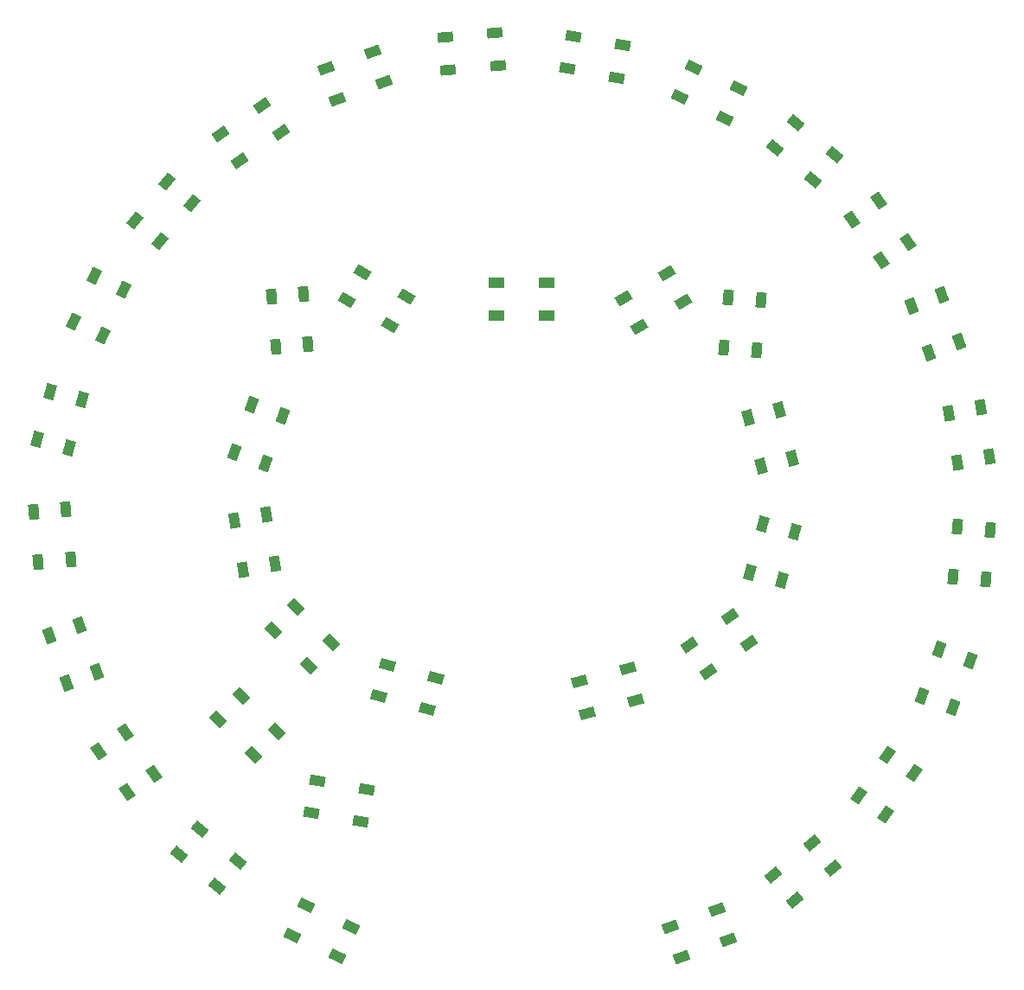
<source format=gtp>
%TF.GenerationSoftware,KiCad,Pcbnew,9.0.1*%
%TF.CreationDate,2025-04-13T21:02:41-04:00*%
%TF.ProjectId,SuperPixel,53757065-7250-4697-9865-6c2e6b696361,rev?*%
%TF.SameCoordinates,Original*%
%TF.FileFunction,Paste,Top*%
%TF.FilePolarity,Positive*%
%FSLAX46Y46*%
G04 Gerber Fmt 4.6, Leading zero omitted, Abs format (unit mm)*
G04 Created by KiCad (PCBNEW 9.0.1) date 2025-04-13 21:02:41*
%MOMM*%
%LPD*%
G01*
G04 APERTURE LIST*
G04 Aperture macros list*
%AMRotRect*
0 Rectangle, with rotation*
0 The origin of the aperture is its center*
0 $1 length*
0 $2 width*
0 $3 Rotation angle, in degrees counterclockwise*
0 Add horizontal line*
21,1,$1,$2,0,0,$3*%
G04 Aperture macros list end*
%ADD10RotRect,1.500000X1.000000X155.000000*%
%ADD11RotRect,1.500000X1.000000X185.000000*%
%ADD12RotRect,1.500000X1.000000X210.000000*%
%ADD13RotRect,1.500000X1.000000X305.000000*%
%ADD14RotRect,1.500000X1.000000X125.000000*%
%ADD15RotRect,1.500000X1.000000X140.000000*%
%ADD16RotRect,1.500000X1.000000X35.000000*%
%ADD17RotRect,1.500000X1.000000X15.000000*%
%ADD18RotRect,1.500000X1.000000X100.000000*%
%ADD19RotRect,1.500000X1.000000X150.000000*%
%ADD20R,1.500000X1.000000*%
%ADD21RotRect,1.500000X1.000000X20.000000*%
%ADD22RotRect,1.500000X1.000000X105.000000*%
%ADD23RotRect,1.500000X1.000000X40.000000*%
%ADD24RotRect,1.500000X1.000000X275.000000*%
%ADD25RotRect,1.500000X1.000000X345.000000*%
%ADD26RotRect,1.500000X1.000000X280.000000*%
%ADD27RotRect,1.500000X1.000000X245.000000*%
%ADD28RotRect,1.500000X1.000000X230.000000*%
%ADD29RotRect,1.500000X1.000000X250.000000*%
%ADD30RotRect,1.500000X1.000000X315.000000*%
%ADD31RotRect,1.500000X1.000000X110.000000*%
%ADD32RotRect,1.500000X1.000000X320.000000*%
%ADD33RotRect,1.500000X1.000000X255.000000*%
%ADD34RotRect,1.500000X1.000000X170.000000*%
%ADD35RotRect,1.500000X1.000000X350.000000*%
%ADD36RotRect,1.500000X1.000000X290.000000*%
%ADD37RotRect,1.500000X1.000000X70.000000*%
%ADD38RotRect,1.500000X1.000000X75.000000*%
%ADD39RotRect,1.500000X1.000000X200.000000*%
%ADD40RotRect,1.500000X1.000000X55.000000*%
%ADD41RotRect,1.500000X1.000000X85.000000*%
%ADD42RotRect,1.500000X1.000000X215.000000*%
%ADD43RotRect,1.500000X1.000000X335.000000*%
G04 APERTURE END LIST*
D10*
%TO.C,D13*%
X172625736Y-42056427D03*
X171273357Y-44956612D03*
X175714264Y-47027443D03*
X177066643Y-44127258D03*
%TD*%
D11*
%TO.C,D11*%
X148309874Y-39119620D03*
X148588772Y-42307443D03*
X153470126Y-41880380D03*
X153191228Y-38692557D03*
%TD*%
D12*
%TO.C,D28*%
X165750000Y-64700000D03*
X167349998Y-67471282D03*
X171593530Y-65021272D03*
X169993532Y-62249990D03*
%TD*%
D13*
%TO.C,D3*%
X117211205Y-113045645D03*
X119832493Y-111210200D03*
X117021971Y-107196353D03*
X114400683Y-109031798D03*
%TD*%
D14*
%TO.C,D15*%
X190795383Y-55115354D03*
X188174095Y-56950799D03*
X190984617Y-60964646D03*
X193605905Y-59129201D03*
%TD*%
D15*
%TO.C,D14*%
X182671652Y-47499498D03*
X180614731Y-49950840D03*
X184368348Y-53100502D03*
X186425269Y-50649160D03*
%TD*%
D16*
%TO.C,D24*%
X178080000Y-98440000D03*
X176244558Y-95818713D03*
X172230712Y-98629246D03*
X174066154Y-101250533D03*
%TD*%
D17*
%TO.C,D23*%
X167000629Y-104001372D03*
X166172410Y-100910409D03*
X161439371Y-102178628D03*
X162267590Y-105269591D03*
%TD*%
D18*
%TO.C,D17*%
X200761384Y-75374327D03*
X197610000Y-75930000D03*
X198460872Y-80755559D03*
X201612256Y-80199886D03*
%TD*%
D19*
%TO.C,D30*%
X140258238Y-62089359D03*
X138658238Y-64860640D03*
X142901762Y-67310641D03*
X144501762Y-64539360D03*
%TD*%
D20*
%TO.C,D29*%
X153360000Y-63160000D03*
X153360000Y-66360000D03*
X158260000Y-66360000D03*
X158260000Y-63160000D03*
%TD*%
D21*
%TO.C,D22*%
X176059479Y-127515555D03*
X174965017Y-124508540D03*
X170360521Y-126184445D03*
X171454983Y-129191460D03*
%TD*%
D22*
%TO.C,D26*%
X181049910Y-75564355D03*
X177958949Y-76392573D03*
X179227170Y-81125615D03*
X182318131Y-80297397D03*
%TD*%
D23*
%TO.C,D21*%
X186265268Y-120430839D03*
X184208350Y-117979495D03*
X180454732Y-121129161D03*
X182511650Y-123580505D03*
%TD*%
D24*
%TO.C,D5*%
X108459624Y-90500128D03*
X111647445Y-90221232D03*
X111220376Y-85339872D03*
X108032555Y-85618768D03*
%TD*%
D25*
%TO.C,D35*%
X146582409Y-104899585D03*
X147410631Y-101808624D03*
X142677591Y-100540415D03*
X141849369Y-103631376D03*
%TD*%
D26*
%TO.C,D33*%
X128509748Y-91250617D03*
X131661132Y-90694942D03*
X130810252Y-85869383D03*
X127658868Y-86425058D03*
%TD*%
D27*
%TO.C,D7*%
X111915846Y-66938738D03*
X114816031Y-68291114D03*
X116886866Y-63850204D03*
X113986681Y-62497828D03*
%TD*%
D28*
%TO.C,D8*%
X117969501Y-57018351D03*
X120420841Y-59075274D03*
X123570499Y-55321649D03*
X121119159Y-53264726D03*
%TD*%
D29*
%TO.C,D32*%
X127718544Y-79705016D03*
X130725560Y-80799479D03*
X132401456Y-76194984D03*
X129394440Y-75100521D03*
%TD*%
D30*
%TO.C,D37*%
X129571047Y-109373785D03*
X131833790Y-107111046D03*
X128368953Y-103646215D03*
X126106210Y-105908954D03*
%TD*%
D31*
%TO.C,D16*%
X196965560Y-64310521D03*
X193958544Y-65404984D03*
X195634440Y-70009479D03*
X198641456Y-68915016D03*
%TD*%
D32*
%TO.C,D2*%
X125988348Y-122220502D03*
X128045269Y-119769160D03*
X124291652Y-116619498D03*
X122234731Y-119070840D03*
%TD*%
D33*
%TO.C,D6*%
X108400415Y-78502410D03*
X111491376Y-79330633D03*
X112759585Y-74597590D03*
X109668624Y-73769367D03*
%TD*%
D34*
%TO.C,D12*%
X160875058Y-39037029D03*
X160319384Y-42188413D03*
X165144942Y-43039289D03*
X165700616Y-39887905D03*
%TD*%
D35*
%TO.C,D36*%
X140089886Y-115922254D03*
X140645561Y-112770871D03*
X135820000Y-111920000D03*
X135264325Y-115071383D03*
%TD*%
D24*
%TO.C,D31*%
X131719622Y-69420127D03*
X134907445Y-69141228D03*
X134480378Y-64259873D03*
X131292555Y-64538772D03*
%TD*%
D36*
%TO.C,D4*%
X111242984Y-102334459D03*
X114250000Y-101240000D03*
X112574092Y-96635499D03*
X109567076Y-97729958D03*
%TD*%
D37*
%TO.C,D19*%
X199701455Y-100124983D03*
X196694440Y-99030516D03*
X195018545Y-103635017D03*
X198025560Y-104729484D03*
%TD*%
D38*
%TO.C,D25*%
X182539585Y-87567590D03*
X179448624Y-86739367D03*
X178180415Y-91472410D03*
X181271376Y-92300633D03*
%TD*%
D39*
%TO.C,D10*%
X136641042Y-42178890D03*
X137735504Y-45185905D03*
X142340000Y-43510000D03*
X141245538Y-40502985D03*
%TD*%
D40*
%TO.C,D20*%
X194235908Y-111180800D03*
X191614622Y-109345356D03*
X188804092Y-113359200D03*
X191425378Y-115194644D03*
%TD*%
D41*
%TO.C,D27*%
X179244880Y-64857541D03*
X176057059Y-64578641D03*
X175630002Y-69460001D03*
X178817823Y-69738901D03*
%TD*%
D42*
%TO.C,D9*%
X126375356Y-48574623D03*
X128210798Y-51195910D03*
X132224644Y-48385377D03*
X130389202Y-45764090D03*
%TD*%
D43*
%TO.C,D1*%
X137800903Y-129100832D03*
X139153278Y-126200648D03*
X134712375Y-124129816D03*
X133360000Y-127030000D03*
%TD*%
D41*
%TO.C,D18*%
X201677445Y-87338772D03*
X198489622Y-87059873D03*
X198062555Y-91941228D03*
X201250378Y-92220127D03*
%TD*%
D30*
%TO.C,D34*%
X134941044Y-100643781D03*
X137203785Y-98381040D03*
X133738956Y-94916219D03*
X131476215Y-97178960D03*
%TD*%
M02*

</source>
